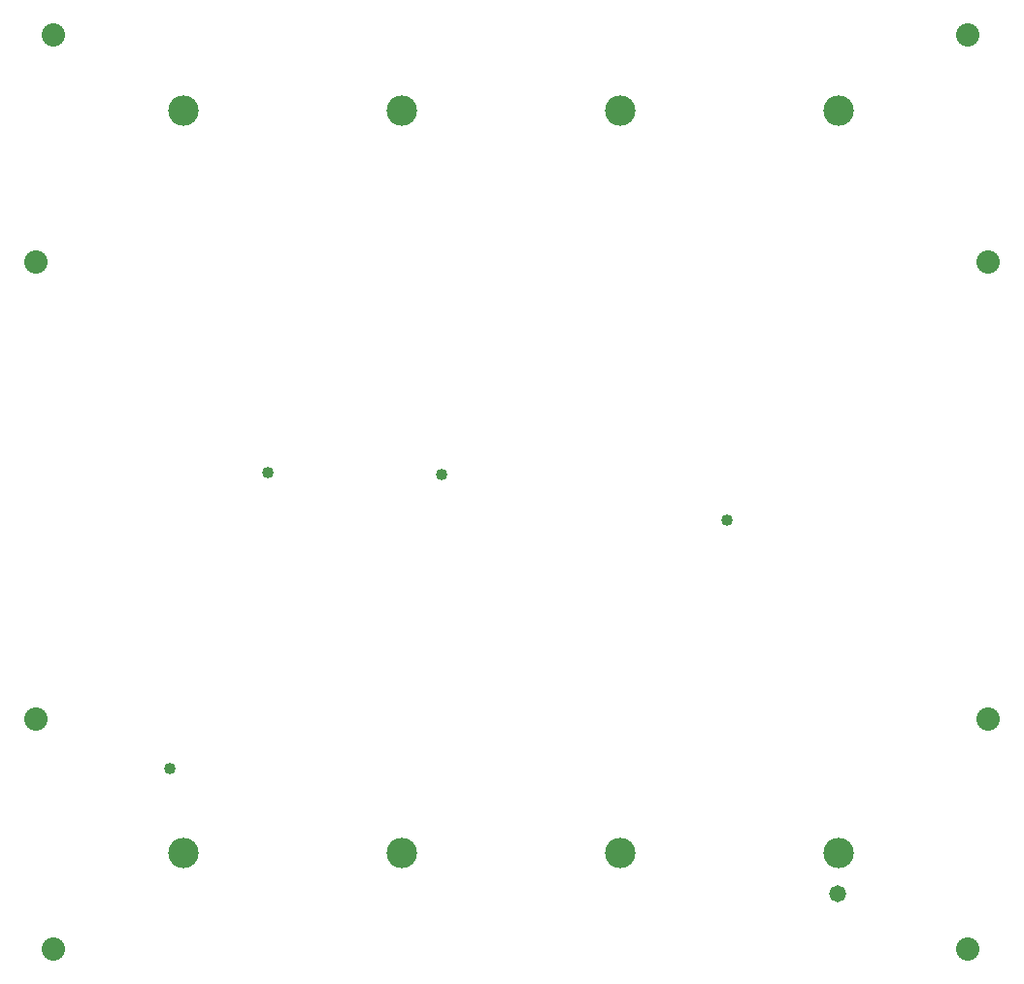
<source format=gts>
G04*
G04 #@! TF.GenerationSoftware,Altium Limited,Altium Designer,22.2.1 (43)*
G04*
G04 Layer_Color=8388736*
%FSLAX25Y25*%
%MOIN*%
G70*
G04*
G04 #@! TF.SameCoordinates,2BD9F523-0FC0-4ADC-A514-1134C6E00D61*
G04*
G04*
G04 #@! TF.FilePolarity,Negative*
G04*
G01*
G75*
%ADD12C,0.10445*%
%ADD13C,0.08000*%
%ADD14C,0.05800*%
%ADD15C,0.04000*%
D12*
X64500Y-301000D02*
D03*
X214500Y-46000D02*
D03*
X64500D02*
D03*
X289500Y-301000D02*
D03*
Y-46000D02*
D03*
X214500Y-301000D02*
D03*
X139500D02*
D03*
Y-46000D02*
D03*
D13*
X341000Y-255000D02*
D03*
Y-98000D02*
D03*
X14000Y-255000D02*
D03*
Y-98000D02*
D03*
X20000Y-334000D02*
D03*
X334000D02*
D03*
Y-20000D02*
D03*
X20000D02*
D03*
D14*
X289300Y-315100D02*
D03*
D15*
X93500Y-170400D02*
D03*
X59900Y-271900D02*
D03*
X251322Y-186700D02*
D03*
X153156Y-170900D02*
D03*
M02*

</source>
